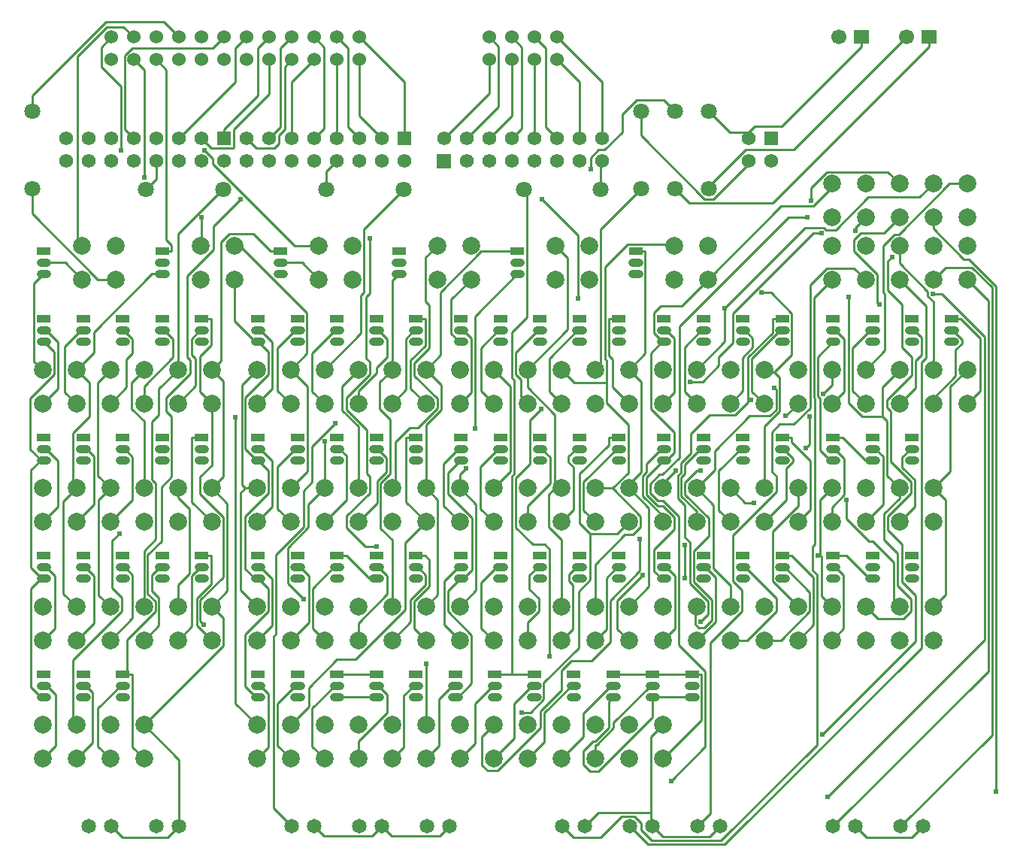
<source format=gbl>
G04 Layer: BottomLayer*
G04 EasyEDA v6.4.25, 2021-12-29T20:27:07+01:00*
G04 b4d8322a500545a480e84fc98a697e21,bb3cfcbffc6840158e79d7648404357e,10*
G04 Gerber Generator version 0.2*
G04 Scale: 100 percent, Rotated: No, Reflected: No *
G04 Dimensions in millimeters *
G04 leading zeros omitted , absolute positions ,4 integer and 5 decimal *
%FSLAX45Y45*%
%MOMM*%

%ADD10C,0.2540*%
%ADD11C,0.6100*%
%ADD12R,1.6000X0.9000*%
%ADD13C,1.9990*%
%ADD14C,1.8000*%
%ADD15C,1.5240*%
%ADD16C,1.6510*%
%ADD17C,1.5748*%
%ADD18R,1.5748X1.5748*%
%ADD19R,1.7000X1.5748*%
%ADD20C,1.7000*%
%ADD21C,0.9000*%

%LPD*%
D10*
X7937500Y7692991D02*
G01*
X8097113Y7533378D01*
X9037243Y7533378D01*
X10795000Y9291134D01*
X7416800Y4317992D02*
G01*
X7416800Y4359521D01*
X7557338Y4500059D01*
X7557338Y5510954D01*
X7416800Y5651492D01*
X2717800Y2984492D02*
G01*
X2890799Y3157491D01*
X2890799Y4144992D01*
X2717800Y4317992D01*
X3492500Y6984992D02*
G01*
X3384372Y6984992D01*
X3384372Y6984992D02*
G01*
X3186912Y7182451D01*
X2916504Y7182451D01*
X2821508Y7087455D01*
X2821508Y5755200D01*
X2717800Y5651492D01*
X2717800Y4317992D02*
G01*
X2846171Y4446363D01*
X2846171Y5523120D01*
X2717800Y5651492D01*
X6159500Y6984992D02*
G01*
X5756452Y6984992D01*
X5297627Y6526166D01*
X5297627Y5818319D01*
X5130800Y5651492D01*
X5130800Y4317992D02*
G01*
X5130800Y5028557D01*
X5300548Y5198305D01*
X5300548Y5481744D01*
X5130800Y5651492D01*
X7416800Y2984492D02*
G01*
X7642733Y3210425D01*
X7642733Y4092059D01*
X7416800Y4317992D01*
X2159000Y6984992D02*
G01*
X2267127Y6984992D01*
X2095500Y9143992D02*
G01*
X2209190Y9030301D01*
X2209190Y7116056D01*
X2267127Y7058118D01*
X2267127Y6984992D01*
X7664450Y663795D02*
G01*
X7664450Y527042D01*
X7683500Y507992D01*
X7797800Y1650992D02*
G01*
X7664450Y1517642D01*
X7664450Y663795D01*
X7664450Y663795D02*
G01*
X7077303Y663795D01*
X6921500Y507992D01*
X1955800Y1650992D02*
G01*
X2845892Y2541084D01*
X2845892Y2856400D01*
X2717800Y2984492D01*
X2349500Y507992D02*
G01*
X2349500Y1257292D01*
X1955800Y1650992D01*
X4635500Y507992D02*
G01*
X4746193Y397299D01*
X5286806Y397299D01*
X5397500Y507992D01*
X3873500Y507992D02*
G01*
X3984193Y397299D01*
X4524806Y397299D01*
X4635500Y507992D01*
X8445500Y507992D02*
G01*
X8326653Y389145D01*
X7802346Y389145D01*
X7683500Y507992D01*
X1587500Y507992D02*
G01*
X1713534Y381957D01*
X2223465Y381957D01*
X2349500Y507992D01*
X10731500Y507992D02*
G01*
X10607954Y384446D01*
X10093045Y384446D01*
X9969500Y507992D01*
X5130800Y2984492D02*
G01*
X5265369Y3119061D01*
X5265369Y4183423D01*
X5130800Y4317992D01*
X7416800Y5651492D02*
G01*
X7601127Y5835820D01*
X7601127Y6984992D01*
X7493000Y6984992D02*
G01*
X7601127Y6984992D01*
X9321800Y2984492D02*
G01*
X9035846Y3270445D01*
X9035846Y3832166D01*
X9321800Y4118119D01*
X9321800Y4317992D01*
X10845800Y4317992D02*
G01*
X11036300Y4508492D01*
X11036300Y5460992D01*
X11226800Y5651492D01*
X10845800Y2984492D02*
G01*
X10981613Y3120306D01*
X10981613Y4182178D01*
X10845800Y4317992D01*
X3924300Y6667492D02*
G01*
X3733800Y6857992D01*
X3492500Y6857992D01*
X1574800Y4317992D02*
G01*
X1446403Y4189595D01*
X1446403Y3112889D01*
X1574800Y2984492D01*
X1574800Y4317992D02*
G01*
X1431950Y4460841D01*
X1431950Y5508642D01*
X1574800Y5651492D01*
X4749800Y5651492D02*
G01*
X4611420Y5513113D01*
X4611420Y5211132D01*
X4729378Y5093174D01*
X4729378Y4483422D01*
X4621707Y4375751D01*
X4621707Y3867345D01*
X4749800Y3739253D01*
X4749800Y2984492D01*
X4749800Y5651492D02*
G01*
X4749800Y6654792D01*
X4826000Y6730992D01*
X812800Y5651492D02*
G01*
X717346Y5746945D01*
X717346Y6622839D01*
X825500Y6730992D01*
X3225800Y5651492D02*
G01*
X3056686Y5482379D01*
X3056686Y4358860D01*
X3097555Y4317992D01*
X3097555Y4317992D02*
G01*
X3042665Y4263102D01*
X3042665Y3167626D01*
X3225800Y2984492D01*
X3225800Y4317992D02*
G01*
X3097555Y4317992D01*
X825500Y3428992D02*
G01*
X853795Y3428992D01*
X948867Y3333920D01*
X948867Y2739560D01*
X812800Y2603492D01*
X5892800Y5651492D02*
G01*
X6083300Y5460992D01*
X6083300Y4508492D01*
X5892800Y4317992D01*
X8178800Y2984492D02*
G01*
X8163966Y2969658D01*
X8163966Y2785534D01*
X8199627Y2749872D01*
X8264753Y2749872D01*
X8348903Y2834022D01*
X8348903Y3062597D01*
X8146872Y3264628D01*
X8146872Y3612634D01*
X8317661Y3783423D01*
X8317661Y3979283D01*
X8049945Y4246999D01*
X8049945Y4383473D01*
X8185175Y4518703D01*
X8225764Y4518703D01*
X7945450Y4519744D02*
G01*
X7797800Y4372094D01*
X7797800Y4317992D01*
X9408236Y4766505D02*
G01*
X9451873Y4810142D01*
X9451873Y5123146D01*
X9702800Y5651492D02*
G01*
X9702800Y5482302D01*
X9601733Y5381236D01*
X2159000Y6730992D02*
G01*
X2046706Y6730992D01*
X1391056Y6075342D01*
X1391056Y5848748D01*
X1193800Y5651492D01*
X3606800Y5651492D02*
G01*
X3797300Y5460992D01*
X3797300Y4508492D01*
X3606800Y4317992D01*
X1193800Y5651492D02*
G01*
X1337589Y5507702D01*
X1337589Y5121851D01*
X1154023Y4938285D01*
X1154023Y4357768D01*
X1193800Y4317992D01*
X1193800Y4317992D02*
G01*
X1047750Y4171942D01*
X1047750Y3130542D01*
X1193800Y2984492D01*
X3606800Y5651492D02*
G01*
X3791153Y5835845D01*
X3791153Y6293883D01*
X3036544Y7048492D01*
X2971800Y7048492D01*
X1193800Y2603492D02*
G01*
X1390192Y2799885D01*
X1390192Y3329246D01*
X1290446Y3428992D01*
X1270000Y3428992D01*
X1714500Y3428992D02*
G01*
X1736877Y3428992D01*
X1827707Y3338161D01*
X1827707Y2856400D01*
X1574800Y2603492D01*
X10464800Y7048492D02*
G01*
X10464800Y6848645D01*
X10784636Y6528808D01*
X10784636Y6480497D01*
X10845800Y6419334D01*
X10845800Y5651492D01*
X2336800Y5651492D02*
G01*
X2123541Y5438233D01*
X2123541Y5142400D01*
X2047620Y5066479D01*
X2047620Y4410194D01*
X2086508Y4371306D01*
X2086508Y3743012D01*
X1955800Y3612304D01*
X1955800Y2984492D01*
X2848000Y7683492D02*
G01*
X2837992Y7683492D01*
X2336800Y7182299D01*
X2336800Y5651492D01*
X7235672Y4317992D02*
G01*
X7551369Y4002295D01*
X7551369Y3883703D01*
X7460919Y3793253D01*
X7370445Y3793253D01*
X7035800Y3458608D01*
X7035800Y2984492D01*
X7170877Y5505162D02*
G01*
X7170877Y5277477D01*
X7412380Y5035974D01*
X7412380Y4494700D01*
X7235672Y4317992D01*
X7170877Y5505162D02*
G01*
X6801129Y5505162D01*
X6654800Y5651492D01*
X7170877Y5505162D02*
G01*
X7170877Y5756114D01*
X7147382Y5779609D01*
X7147382Y6807065D01*
X7405573Y7065256D01*
X7908036Y7065256D01*
X7924800Y7048492D01*
X7235672Y4317992D02*
G01*
X7035800Y4317992D01*
X1955800Y2603492D02*
G01*
X2124760Y2772453D01*
X2124760Y3086066D01*
X2046909Y3163917D01*
X2046909Y3334961D01*
X2140940Y3428992D01*
X2159000Y3428992D01*
X2336800Y4317992D02*
G01*
X2336800Y4209635D01*
X2464892Y4081543D01*
X2464892Y3359574D01*
X2336800Y3231481D01*
X2336800Y2984492D01*
X4749800Y4317992D02*
G01*
X4790643Y4358835D01*
X4790643Y4839555D01*
X4952415Y5001328D01*
X5045760Y5001328D01*
X5259679Y5215247D01*
X5259679Y5326194D01*
X5001183Y5584690D01*
X5001183Y5726523D01*
X5166664Y5892004D01*
X5166664Y6379024D01*
X5126481Y6419207D01*
X5126481Y6917174D01*
X5257800Y7048492D01*
X7035800Y5651492D02*
G01*
X7100392Y5716084D01*
X7100392Y7236884D01*
X7556500Y7692991D01*
X2603500Y3428992D02*
G01*
X2592120Y3428992D01*
X2495397Y3332269D01*
X2495397Y2762089D01*
X2336800Y2603492D01*
X2711627Y3555992D02*
G01*
X2711627Y3235977D01*
X2548839Y3073189D01*
X2548839Y2772453D01*
X2717800Y2603492D01*
X2603500Y3555992D02*
G01*
X2711627Y3555992D01*
X10795000Y9397992D02*
G01*
X10795000Y9291134D01*
X7937500Y8562992D02*
G01*
X7810931Y8689560D01*
X7504633Y8689560D01*
X7344384Y8529312D01*
X7344384Y8327229D01*
X7145147Y8127992D01*
X7071385Y8127992D01*
X6985000Y8041606D01*
X6985000Y7910873D01*
X1763445Y2222492D02*
G01*
X1763445Y2608343D01*
X2083892Y2928790D01*
X2083892Y3040270D01*
X1996693Y3127468D01*
X1996693Y3566507D01*
X2153589Y3723403D01*
X2153589Y4332546D01*
X2267153Y4446109D01*
X2267153Y5124899D01*
X2203297Y5188755D01*
X2203297Y5336811D01*
X2474950Y5608464D01*
X2474950Y5759112D01*
X2440330Y5793732D01*
X2440330Y6706201D01*
X2735275Y7001146D01*
X2735275Y7267922D01*
X3040634Y7573281D01*
X1763445Y2222492D02*
G01*
X1812391Y2222492D01*
X1714500Y2222492D02*
G01*
X1763445Y2222492D01*
X1822577Y2222492D02*
G01*
X1822627Y2222492D01*
X1812391Y2222492D02*
G01*
X1822577Y2222492D01*
X1955800Y1269992D02*
G01*
X1822627Y1403164D01*
X1822627Y2222492D01*
X10541000Y9397992D02*
G01*
X9271000Y8127992D01*
X8729141Y8127992D01*
X8318500Y7717350D01*
X8318500Y7692991D01*
X8763000Y8324181D02*
G01*
X8557310Y8324181D01*
X8318500Y8562992D01*
X10033000Y9291134D02*
G01*
X9135236Y8393371D01*
X8832189Y8393371D01*
X8763000Y8324181D01*
X8763000Y8324181D02*
G01*
X8763000Y8254992D01*
X10033000Y9397992D02*
G01*
X10033000Y9291134D01*
X4889500Y8254992D02*
G01*
X4889500Y8889992D01*
X4381500Y9397992D01*
X4635500Y8254992D02*
G01*
X4381500Y8508992D01*
X4381500Y9143992D01*
X4381500Y8254992D02*
G01*
X4254500Y8381992D01*
X4254500Y9270992D01*
X4127500Y9397992D01*
X4127500Y8254992D02*
G01*
X4127500Y9143992D01*
X3873500Y8254992D02*
G01*
X3984625Y8366117D01*
X3984625Y9286867D01*
X3873500Y9397992D01*
X3619500Y8254992D02*
G01*
X3619500Y8889992D01*
X3873500Y9143992D01*
X3365500Y8254992D02*
G01*
X3492500Y8381992D01*
X3492500Y9270992D01*
X3619500Y9397992D01*
X3111500Y8254992D02*
G01*
X3221304Y8145188D01*
X3420846Y8145188D01*
X3472383Y8196724D01*
X3472383Y8289968D01*
X3541522Y8359106D01*
X3541522Y9066014D01*
X3619500Y9143992D01*
X3365500Y9397992D02*
G01*
X3238500Y9270992D01*
X3238500Y8742850D01*
X2857500Y8361850D01*
X2857500Y8254992D02*
G01*
X2857500Y8361850D01*
X2603500Y8254992D02*
G01*
X2713304Y8145188D01*
X2956940Y8145188D01*
X2964383Y8152630D01*
X2964383Y8356236D01*
X3365500Y8757353D01*
X3365500Y9143992D01*
X2349500Y8254992D02*
G01*
X2984500Y8889992D01*
X2984500Y9270992D01*
X3111500Y9397992D01*
X1841500Y8254992D02*
G01*
X1737156Y8359335D01*
X1737156Y9187527D01*
X1820621Y9270992D01*
X2730500Y9270992D01*
X2857500Y9397992D01*
X698500Y8562992D02*
G01*
X698500Y8739649D01*
X1527987Y9569137D01*
X2178354Y9569137D01*
X2349500Y9397992D01*
X9592259Y7192942D02*
G01*
X9494799Y7192942D01*
X8587790Y6285933D01*
X8587790Y5952101D01*
X8431707Y5796018D01*
X8431707Y5702317D01*
X8247532Y5518142D01*
X8104098Y5518142D01*
X9469754Y7554739D02*
G01*
X9469754Y7700916D01*
X9645370Y7876532D01*
X10335259Y7876532D01*
X10464800Y7746992D01*
X5511800Y4317992D02*
G01*
X5511800Y4473770D01*
X5581015Y4542985D01*
X5511800Y4317992D02*
G01*
X5695543Y4134248D01*
X5695543Y3168235D01*
X5511800Y2984492D01*
X1257300Y7048492D02*
G01*
X1206525Y7099266D01*
X1206525Y9180847D01*
X1538681Y9513003D01*
X1726488Y9513003D01*
X1841500Y9397992D01*
X8499449Y6345572D02*
G01*
X8499449Y5972141D01*
X8178800Y5651492D01*
X10845800Y7746992D02*
G01*
X10692688Y7593881D01*
X10111841Y7593881D01*
X9747427Y7229467D01*
X9638665Y7229467D01*
X9616566Y7251565D01*
X9405442Y7251565D01*
X8499449Y6345572D01*
X6843775Y6455859D02*
G01*
X6843775Y7167872D01*
X6438366Y7573281D01*
X1841500Y9143992D02*
G01*
X1958746Y9026745D01*
X1958746Y7822125D01*
X2590800Y7048492D02*
G01*
X2603982Y7061674D01*
X2603982Y7366576D01*
X9574682Y3561504D02*
G01*
X9547859Y3561504D01*
X9702800Y2984492D02*
G01*
X9585045Y3102246D01*
X9585045Y3551140D01*
X9574682Y3561504D01*
X9574682Y3561504D02*
G01*
X9574682Y4189874D01*
X9702800Y4317992D01*
X11226800Y7746992D02*
G01*
X11026952Y7746992D01*
X10456545Y7176584D01*
X10409885Y7176584D01*
X10278287Y7044987D01*
X10278287Y6522458D01*
X10298734Y6502011D01*
X10298734Y5866427D01*
X10083800Y5651492D01*
X4579848Y3659903D02*
G01*
X4450765Y3659903D01*
X4236338Y3874330D01*
X4236338Y4004353D01*
X4496892Y4264906D01*
X4496892Y4451113D01*
X4463846Y4484159D01*
X4463846Y4975598D01*
X4240301Y5199143D01*
X4240301Y5339758D01*
X4502632Y5602089D01*
X4502632Y5739300D01*
X4453813Y5788118D01*
X4453813Y6467670D01*
X4496231Y6510088D01*
X4496231Y7135919D01*
X3924300Y7048492D02*
G01*
X3652113Y7048492D01*
X2733929Y7966676D01*
X2733929Y8031777D01*
X2640075Y8125630D01*
X1587500Y9397992D02*
G01*
X1475257Y9285749D01*
X1475257Y9063982D01*
X1696262Y8842976D01*
X1696262Y8125630D01*
X8178800Y4317992D02*
G01*
X8381796Y4520989D01*
X8381796Y4737752D01*
X8779509Y5135465D01*
X9005646Y5135465D01*
X9075978Y5205798D01*
X9075978Y5430207D01*
X9056039Y5450146D01*
X8559800Y2984492D02*
G01*
X8559800Y3222058D01*
X8369325Y3412533D01*
X8369325Y4127466D01*
X8178800Y4317992D01*
X7112000Y8254992D02*
G01*
X7112000Y8889992D01*
X6604000Y9397992D01*
X6604000Y9143992D02*
G01*
X6858000Y8889992D01*
X6858000Y8254992D01*
X6604000Y8254992D02*
G01*
X6477000Y8381992D01*
X6477000Y9270992D01*
X6350000Y9397992D01*
X6350000Y8254992D02*
G01*
X6350000Y9143992D01*
X6096000Y8254992D02*
G01*
X6207125Y8366117D01*
X6207125Y9286867D01*
X6096000Y9397992D01*
X5842000Y8254992D02*
G01*
X6096000Y8508992D01*
X6096000Y9143992D01*
X5842000Y9397992D02*
G01*
X5948197Y9291794D01*
X5948197Y8615189D01*
X5588000Y8254992D01*
X5842000Y9143992D02*
G01*
X5842000Y8762992D01*
X5334000Y8254992D01*
X9702800Y6667492D02*
G01*
X9502241Y6466933D01*
X9502241Y5340012D01*
X9513392Y5328861D01*
X9513392Y3683474D01*
X9489236Y3659319D01*
X9489236Y3393660D01*
X9537293Y3345604D01*
X9537293Y1428310D01*
X8457260Y348277D01*
X7673390Y348277D01*
X7556500Y465167D01*
X7556500Y544238D01*
X7477810Y622927D01*
X7336942Y622927D01*
X7096785Y382770D01*
X6792722Y382770D01*
X6667500Y507992D01*
X10083800Y7365992D02*
G01*
X9967213Y7249406D01*
X9967213Y7216868D01*
X9598913Y1543601D02*
G01*
X10645444Y2590131D01*
X10645444Y3106945D01*
X10491876Y3260514D01*
X10491876Y3690104D01*
X10332186Y3849794D01*
X10332186Y4000568D01*
X10595025Y4263407D01*
X10595025Y4391728D01*
X10369727Y4617026D01*
X10369727Y5184437D01*
X10328503Y5225661D01*
X10328503Y5315348D01*
X10604118Y5590964D01*
X10604118Y5794976D01*
X10493171Y5905924D01*
X10493171Y6385857D01*
X10333304Y6545724D01*
X10333304Y6874197D01*
X10381767Y6922660D01*
X9715500Y507992D02*
G01*
X11465153Y2257645D01*
X11465153Y6429138D01*
X11226800Y6667492D01*
X10464800Y7365992D02*
G01*
X10287381Y7188573D01*
X10027869Y7188573D01*
X9955707Y7116411D01*
X9955707Y6990377D01*
X10216997Y6729087D01*
X10216997Y6406050D01*
X10240111Y6382936D01*
X10843259Y6504754D02*
G01*
X10945088Y6504754D01*
X11424284Y6025558D01*
X11424284Y2613372D01*
X9654336Y843424D01*
X10845800Y7365992D02*
G01*
X10845800Y7238585D01*
X11186591Y6897794D01*
X11244529Y6897794D01*
X11551564Y6590758D01*
X11551564Y902047D01*
X3619500Y507992D02*
G01*
X3416325Y711166D01*
X3416325Y2650355D01*
X3440328Y2674358D01*
X3440328Y3570673D01*
X3751605Y3881950D01*
X3751605Y4290915D01*
X3847845Y4387156D01*
X3847845Y4787663D01*
X4109948Y5049766D01*
X10083800Y6667492D02*
G01*
X9954869Y6796422D01*
X9650602Y6796422D01*
X9461372Y6607192D01*
X9461372Y5220174D01*
X9278238Y5037040D01*
X9117685Y5037040D01*
X9031909Y4951265D01*
X9031909Y4501431D01*
X9080855Y4452485D01*
X9080855Y4276869D01*
X8591372Y3787386D01*
X8591372Y3271740D01*
X8691549Y3171563D01*
X8691549Y2935063D01*
X8334806Y2578320D01*
X8334806Y651299D01*
X8191500Y507992D01*
X9430334Y7365992D02*
G01*
X9214154Y7365992D01*
X7986217Y6138054D01*
X7986217Y4661933D01*
X7794497Y4470214D01*
X7757922Y4470214D01*
X7655128Y4367420D01*
X7655128Y4262315D01*
X7742174Y4175269D01*
X7801990Y4175269D01*
X7979918Y3997342D01*
X7979918Y2551803D01*
X8277021Y2254699D01*
X8277021Y1406390D01*
X7893024Y1022393D01*
X7429500Y507992D02*
G01*
X7630083Y307408D01*
X8498814Y307408D01*
X10712627Y2521221D01*
X10712627Y5738690D01*
X10762411Y5788474D01*
X10762411Y6369880D01*
X10464800Y6667492D01*
X10477500Y507992D02*
G01*
X11506022Y1536514D01*
X11506022Y6578439D01*
X11279149Y6805312D01*
X10983620Y6805312D01*
X10845800Y6667492D01*
X803071Y3301992D02*
G01*
X825500Y3301992D01*
X797001Y4635492D02*
G01*
X682218Y4520709D01*
X682218Y3422845D01*
X803071Y3301992D01*
X825500Y1968492D02*
G01*
X792454Y1968492D01*
X684707Y2076239D01*
X684707Y3183628D01*
X803071Y3301992D01*
X797001Y4635492D02*
G01*
X675386Y4757107D01*
X675386Y5329064D01*
X942111Y5595790D01*
X942111Y5852380D01*
X825500Y5968992D01*
X825500Y4635492D02*
G01*
X797001Y4635492D01*
X8305800Y6667492D02*
G01*
X9134424Y7496116D01*
X9494062Y7496116D01*
X9702800Y7704853D01*
X9702800Y7746992D01*
X9715500Y5968992D02*
G01*
X9543110Y5796602D01*
X9543110Y5356953D01*
X9574682Y5325381D01*
X9574682Y4741080D01*
X9680270Y4635492D01*
X9715500Y4635492D01*
X7810500Y4635492D02*
G01*
X7614259Y4439251D01*
X7614259Y4245373D01*
X7739710Y4119923D01*
X7797520Y4119923D01*
X7928102Y3989341D01*
X7928102Y3854874D01*
X7702346Y3629118D01*
X7702346Y3383069D01*
X7783423Y3301992D01*
X7810500Y3301992D01*
X5524500Y5968992D02*
G01*
X5504332Y5968992D01*
X5415229Y6058095D01*
X5415229Y6443921D01*
X5638800Y6667492D01*
X7683500Y1968492D02*
G01*
X7683500Y1736539D01*
X7073950Y1126990D01*
X6982307Y1126990D01*
X6906717Y1202580D01*
X6906717Y1359095D01*
X7015378Y1467756D01*
X7035800Y1467756D01*
X7189088Y1621045D01*
X7189088Y1918581D01*
X7239000Y1968492D01*
X8128000Y1968492D02*
G01*
X7683500Y1968492D01*
X3238500Y5968992D02*
G01*
X3355111Y5852380D01*
X3355111Y5596475D01*
X3097555Y5338919D01*
X3097555Y4762111D01*
X3224174Y4635492D01*
X3238500Y4635492D01*
X2971800Y6667492D02*
G01*
X2971800Y6202697D01*
X3205505Y5968992D01*
X3238500Y5968992D01*
X7810500Y4635492D02*
G01*
X7844307Y4635492D01*
X7924520Y4715705D01*
X7924520Y4943899D01*
X7662214Y5206204D01*
X7662214Y5835388D01*
X7795818Y5968992D01*
X5524500Y4635492D02*
G01*
X5382031Y4493023D01*
X5382031Y4253831D01*
X5654675Y3981188D01*
X5654675Y3396734D01*
X5559933Y3301992D01*
X5524500Y3301992D01*
X698500Y7692991D02*
G01*
X698500Y7407445D01*
X1438452Y6667492D01*
X1638300Y6667492D01*
X3238500Y3301992D02*
G01*
X3354857Y3185634D01*
X3354857Y2929348D01*
X3096793Y2671284D01*
X3096793Y2085941D01*
X3214243Y1968492D01*
X3238500Y1968492D01*
X3238500Y3301992D02*
G01*
X3202711Y3301992D01*
X3096488Y3408215D01*
X3096488Y4003667D01*
X3355111Y4262290D01*
X3355111Y4518880D01*
X3238500Y4635492D01*
X5524500Y3301992D02*
G01*
X5379948Y3157440D01*
X5379948Y2930771D01*
X5645556Y2665163D01*
X5645556Y2119342D01*
X5494705Y1968492D01*
X5461000Y1968492D01*
X7795818Y5968992D02*
G01*
X7810500Y5968992D01*
X8305800Y6667492D02*
G01*
X8009737Y6371429D01*
X7778241Y6371429D01*
X7701076Y6294264D01*
X7701076Y6063734D01*
X7795818Y5968992D01*
X4572000Y1968492D02*
G01*
X4127500Y1968492D01*
X4880000Y7683492D02*
G01*
X4433392Y7236884D01*
X4433392Y6525531D01*
X4399229Y6491368D01*
X4399229Y6062921D01*
X3987800Y5651492D01*
X8559800Y4317992D02*
G01*
X8726779Y4151012D01*
X8826449Y4151012D01*
X6591300Y7048492D02*
G01*
X6730034Y6909757D01*
X6730034Y6107727D01*
X6273800Y5651492D01*
X1955800Y4317992D02*
G01*
X1955800Y5070645D01*
X1812950Y5213494D01*
X1812950Y5508642D01*
X1955800Y5651492D01*
X6583375Y4317992D02*
G01*
X6583375Y5142069D01*
X6273800Y5451645D01*
X6273800Y5651492D01*
X6654800Y2984492D02*
G01*
X6654800Y3737145D01*
X6511950Y3879994D01*
X6511950Y4246567D01*
X6583375Y4317992D01*
X6583375Y4317992D02*
G01*
X6654800Y4317992D01*
X4127500Y8000992D02*
G01*
X4009999Y7883491D01*
X4009999Y7683492D01*
X1977999Y7683492D02*
G01*
X2095500Y7800992D01*
X2095500Y8000992D01*
X8763000Y8000992D02*
G01*
X8763000Y7969267D01*
X8367979Y7574246D01*
X8270240Y7574246D01*
X7556500Y8287986D01*
X7556500Y8562992D01*
X7112000Y8000992D02*
G01*
X7102500Y7991492D01*
X7102500Y7683492D01*
X6232499Y7683492D02*
G01*
X6267780Y7648211D01*
X6267780Y6242448D01*
X6098641Y6073310D01*
X6098641Y5562287D01*
X6129248Y5531680D01*
X6129248Y4482939D01*
X6095822Y4449513D01*
X6095822Y2222492D01*
X6095822Y2222492D02*
G01*
X5905500Y2222492D01*
X6350000Y2222492D02*
G01*
X6095822Y2222492D01*
X8128000Y2222492D02*
G01*
X8236127Y2222492D01*
X8236127Y2222492D02*
G01*
X8236127Y1708320D01*
X7797800Y1269992D01*
X8119236Y2222492D02*
G01*
X8128000Y2222492D01*
X8119236Y2222492D02*
G01*
X8019872Y2222492D01*
X4572000Y2222492D02*
G01*
X4127500Y2222492D01*
X7683500Y2222492D02*
G01*
X7239000Y2222492D01*
X8019872Y2222492D02*
G01*
X7683500Y2222492D01*
X1257300Y6667492D02*
G01*
X1066800Y6857992D01*
X825500Y6857992D01*
X10464800Y4317992D02*
G01*
X10464800Y4203514D01*
X10291318Y4030032D01*
X10291318Y3733589D01*
X10444352Y3580554D01*
X10444352Y3218527D01*
X10598048Y3064832D01*
X10598048Y2934911D01*
X10508030Y2844893D01*
X10223398Y2844893D01*
X10083800Y2984492D01*
X10272852Y5125839D02*
G01*
X10323906Y5074785D01*
X10323906Y4458860D01*
X10323931Y4458860D01*
X10464800Y4317992D01*
X3987800Y4317992D02*
G01*
X3987800Y4840114D01*
X3992829Y4845143D01*
X3751529Y3070217D02*
G01*
X3574846Y3246899D01*
X3574846Y3647356D01*
X3806952Y3879461D01*
X3806952Y4137144D01*
X3987800Y4317992D01*
X6159500Y6730992D02*
G01*
X5682005Y6253497D01*
X5682005Y4990203D01*
X10272852Y5125839D02*
G01*
X10047020Y5125839D01*
X9895535Y5277324D01*
X9895535Y6467873D01*
X10464800Y5651492D02*
G01*
X10272852Y5459544D01*
X10272852Y5125839D01*
X9867823Y4185328D02*
G01*
X9867823Y3970647D01*
X10119461Y3719009D01*
X10167213Y3719009D01*
X10403484Y3482738D01*
X10403484Y3045807D01*
X10464800Y2984492D01*
X9055201Y5625000D02*
G01*
X9252153Y5821951D01*
X9252153Y6288702D01*
X9019895Y6520959D01*
X8909913Y6520959D01*
X8940800Y4317992D02*
G01*
X8940800Y5012809D01*
X9116847Y5188856D01*
X9116847Y5563354D01*
X9055201Y5625000D01*
X9055201Y5625000D02*
G01*
X8967292Y5625000D01*
X8940800Y5651492D01*
X4368800Y5651492D02*
G01*
X4185081Y5467774D01*
X4185081Y5196552D01*
X4368800Y5012834D01*
X4368800Y4317992D01*
X812800Y5270492D02*
G01*
X982979Y5440672D01*
X982979Y5963632D01*
X850620Y6095992D01*
X825500Y6095992D01*
X1193800Y5270492D02*
G01*
X1064717Y5399575D01*
X1064717Y5911791D01*
X1248918Y6095992D01*
X1270000Y6095992D01*
X1574800Y5270492D02*
G01*
X1759991Y5455683D01*
X1759991Y5770694D01*
X1826971Y5837674D01*
X1826971Y5994976D01*
X1725955Y6095992D01*
X1714500Y6095992D01*
X1955800Y5270492D02*
G01*
X1955800Y5468256D01*
X2280335Y5792792D01*
X2280335Y5995459D01*
X2179802Y6095992D01*
X2159000Y6095992D01*
X2717800Y5270492D02*
G01*
X2717800Y4575649D01*
X2589707Y4447557D01*
X2589707Y4250834D01*
X2849930Y3990611D01*
X2849930Y3316444D01*
X2589707Y3056221D01*
X2589707Y2820992D01*
X2629230Y2781470D01*
X2711627Y6222992D02*
G01*
X2711627Y5928098D01*
X2587243Y5803714D01*
X2587243Y5401048D01*
X2717800Y5270492D01*
X2603500Y6222992D02*
G01*
X2711627Y6222992D01*
X2336800Y5270492D02*
G01*
X2536240Y5469933D01*
X2536240Y5776104D01*
X2495372Y5816973D01*
X2495372Y6001250D01*
X2590114Y6095992D01*
X2603500Y6095992D01*
X812800Y3936992D02*
G01*
X982726Y4106918D01*
X982726Y4626348D01*
X846581Y4762492D01*
X825500Y4762492D01*
X1193800Y3936992D02*
G01*
X1391056Y4134248D01*
X1391056Y4675065D01*
X1303629Y4762492D01*
X1270000Y4762492D01*
X1714500Y4762492D02*
G01*
X1736877Y4762492D01*
X1827707Y4671661D01*
X1827707Y4189900D01*
X1574800Y3936992D01*
X1193800Y1650992D02*
G01*
X1158163Y1686628D01*
X1158163Y2379946D01*
X1708607Y2930390D01*
X1708607Y3082968D01*
X1595881Y3195693D01*
X1595881Y3724851D01*
X1679930Y3808900D01*
X2717800Y3936992D02*
G01*
X2495372Y4159420D01*
X2495372Y4889492D01*
X2603500Y4889492D02*
G01*
X2495372Y4889492D01*
X812800Y1269992D02*
G01*
X957326Y1414518D01*
X957326Y1994882D01*
X856716Y2095492D01*
X825500Y2095492D01*
X1270000Y2095492D02*
G01*
X1297178Y2095492D01*
X1378127Y2014542D01*
X1378127Y1454320D01*
X1193800Y1269992D01*
X1574800Y1269992D02*
G01*
X1437690Y1407101D01*
X1437690Y1839892D01*
X1693290Y2095492D01*
X1714500Y2095492D01*
X3225800Y5270492D02*
G01*
X3395979Y5440672D01*
X3395979Y5963632D01*
X3263620Y6095992D01*
X3238500Y6095992D01*
X3606800Y5270492D02*
G01*
X3460750Y5416542D01*
X3460750Y5894824D01*
X3661918Y6095992D01*
X3683000Y6095992D01*
X3987800Y5270492D02*
G01*
X3850690Y5407601D01*
X3850690Y5840392D01*
X4106290Y6095992D01*
X4127500Y6095992D01*
X4368800Y5270492D02*
G01*
X4368800Y5410446D01*
X4576292Y5617938D01*
X4576292Y5675749D01*
X4693335Y5792792D01*
X4693335Y5995459D01*
X4592802Y6095992D01*
X4572000Y6095992D01*
X3225800Y1650992D02*
G01*
X2988030Y1888761D01*
X2988030Y5118320D01*
X5124627Y6222992D02*
G01*
X5124627Y5920732D01*
X4960315Y5756419D01*
X4960315Y5440977D01*
X5130800Y5270492D01*
X5016500Y6222992D02*
G01*
X5124627Y6222992D01*
X4749800Y5270492D02*
G01*
X4908372Y5429064D01*
X4908372Y6001250D01*
X5003114Y6095992D01*
X5016500Y6095992D01*
X3225800Y3936992D02*
G01*
X3395979Y4107172D01*
X3395979Y4630132D01*
X3263620Y4762492D01*
X3238500Y4762492D01*
X3606800Y3936992D02*
G01*
X3460750Y4083042D01*
X3460750Y4561324D01*
X3661918Y4762492D01*
X3683000Y4762492D01*
X3987800Y3936992D02*
G01*
X4235627Y4184820D01*
X4235627Y4681542D01*
X4154677Y4762492D01*
X4127500Y4762492D01*
X4572000Y4762492D02*
G01*
X4583480Y4762492D01*
X4685436Y4660536D01*
X4685436Y4502040D01*
X4580839Y4397443D01*
X4580839Y4149031D01*
X4368800Y3936992D01*
X5130800Y3936992D02*
G01*
X4897500Y3703693D01*
X4897500Y2951040D01*
X4335983Y2389522D01*
X4127931Y2389522D01*
X3809796Y2071387D01*
X3809796Y1853989D01*
X3606800Y1650992D01*
X5130800Y3936992D02*
G01*
X4908372Y4159420D01*
X4908372Y4889492D01*
X5016500Y4889492D02*
G01*
X4908372Y4889492D01*
X3238500Y3428992D02*
G01*
X3259581Y3428992D01*
X3395725Y3292848D01*
X3395725Y2773418D01*
X3225800Y2603492D01*
X3606800Y2603492D02*
G01*
X3810152Y2806844D01*
X3810152Y3329017D01*
X3710177Y3428992D01*
X3683000Y3428992D01*
X4127500Y3555992D02*
G01*
X4235627Y3555992D01*
X4572000Y3301992D02*
G01*
X4489627Y3301992D01*
X4235627Y3555992D01*
X3987800Y2603492D02*
G01*
X3855465Y2735826D01*
X3855465Y3190079D01*
X4094378Y3428992D01*
X4127500Y3428992D01*
X4368800Y2603492D02*
G01*
X4368800Y2801256D01*
X4693335Y3125792D01*
X4693335Y3328459D01*
X4592802Y3428992D01*
X4572000Y3428992D01*
X5016500Y3555992D02*
G01*
X5124627Y3555992D01*
X5124627Y3555992D02*
G01*
X5171262Y3509357D01*
X5171262Y3214362D01*
X4998821Y3041921D01*
X4998821Y2735470D01*
X5130800Y2603492D01*
X5016500Y3428992D02*
G01*
X5039791Y3428992D01*
X5130368Y3338415D01*
X5130368Y3231278D01*
X4957952Y3058863D01*
X4957952Y2811645D01*
X4749800Y2603492D01*
X5511800Y5270492D02*
G01*
X5641111Y5399803D01*
X5641111Y6004501D01*
X5549620Y6095992D01*
X5524500Y6095992D01*
X5892800Y5270492D02*
G01*
X5751677Y5411614D01*
X5751677Y5899751D01*
X5947918Y6095992D01*
X5969000Y6095992D01*
X6273800Y5270492D02*
G01*
X6200190Y5344101D01*
X6200190Y5539046D01*
X6139510Y5599727D01*
X6139510Y5843211D01*
X6392290Y6095992D01*
X6413500Y6095992D01*
X6654800Y5270492D02*
G01*
X6521627Y5403664D01*
X6521627Y5781210D01*
X6836409Y6095992D01*
X6858000Y6095992D01*
X6526682Y2420510D02*
G01*
X6526682Y3628204D01*
X6470268Y3684617D01*
X6336487Y3684617D01*
X6145707Y3875397D01*
X6145707Y4434654D01*
X6305346Y4594293D01*
X6305346Y5085224D01*
X6428460Y5208338D01*
X7194372Y6222992D02*
G01*
X7194372Y5810902D01*
X7235240Y5770034D01*
X7235240Y5452051D01*
X7416800Y5270492D01*
X7302500Y6222992D02*
G01*
X7194372Y6222992D01*
X5524500Y4762492D02*
G01*
X5501919Y4762492D01*
X5328259Y4588832D01*
X5328259Y4120532D01*
X5511800Y3936992D01*
X5892800Y3936992D02*
G01*
X5746750Y4083042D01*
X5746750Y4561324D01*
X5947918Y4762492D01*
X5969000Y4762492D01*
X6273800Y3936992D02*
G01*
X6273800Y4118119D01*
X6528409Y4372729D01*
X6528409Y4666404D01*
X6432321Y4762492D01*
X6413500Y4762492D01*
X6654800Y3936992D02*
G01*
X6794423Y4076616D01*
X6794423Y4554237D01*
X6736511Y4612149D01*
X6736511Y4674836D01*
X6824167Y4762492D01*
X6858000Y4762492D01*
X6982459Y3805090D02*
G01*
X6982459Y3286091D01*
X6851395Y3155027D01*
X6851395Y2517538D01*
X6458153Y2124295D01*
X6458153Y1937910D01*
X6310706Y1790463D01*
X6206312Y1790463D01*
X6982459Y3805090D02*
G01*
X7284897Y3805090D01*
X7416800Y3936992D01*
X7194372Y4889492D02*
G01*
X7194372Y4807755D01*
X6865213Y4478596D01*
X6865213Y3922336D01*
X6982459Y3805090D01*
X7302500Y4889492D02*
G01*
X7194372Y4889492D01*
X7035800Y3936992D02*
G01*
X6907022Y4065770D01*
X6907022Y4385581D01*
X7283932Y4762492D01*
X7302500Y4762492D01*
X5524500Y3428992D02*
G01*
X5499455Y3428992D01*
X5339079Y3268616D01*
X5339079Y2776212D01*
X5511800Y2603492D01*
X5892800Y2603492D02*
G01*
X5756529Y2739763D01*
X5756529Y3250963D01*
X5934557Y3428992D01*
X5969000Y3428992D01*
X6273800Y2603492D02*
G01*
X6273800Y2803415D01*
X6273825Y2803415D01*
X6401866Y2931457D01*
X6401866Y3076465D01*
X6298488Y3179843D01*
X6298488Y3335190D01*
X6392290Y3428992D01*
X6413500Y3428992D01*
X6654800Y2603492D02*
G01*
X6783120Y2731813D01*
X6783120Y3232040D01*
X6747332Y3267829D01*
X6747332Y3346747D01*
X6829577Y3428992D01*
X6858000Y3428992D01*
X7416800Y2603492D02*
G01*
X7287945Y2732346D01*
X7287945Y3051268D01*
X7574356Y3337679D01*
X5130800Y1650992D02*
G01*
X5130800Y2339332D01*
X7302500Y3428992D02*
G01*
X7289114Y3428992D01*
X7165340Y3305218D01*
X7165340Y2733032D01*
X7035800Y2603492D01*
X7797800Y5270492D02*
G01*
X7927111Y5399803D01*
X7927111Y6004501D01*
X7835620Y6095992D01*
X7810500Y6095992D01*
X8178800Y5270492D02*
G01*
X8043824Y5405467D01*
X8043824Y5905898D01*
X8233918Y6095992D01*
X8255000Y6095992D01*
X8699500Y6095992D02*
G01*
X8720810Y6095992D01*
X8812809Y6003993D01*
X8812809Y5902774D01*
X8699093Y5789058D01*
X8699093Y5409785D01*
X8559800Y5270492D01*
X9321800Y5270492D02*
G01*
X9184030Y5132722D01*
X8761653Y5312529D02*
G01*
X8761653Y5287992D01*
X8612759Y5139098D01*
X8325611Y5139098D01*
X8116443Y4929929D01*
X8116443Y4707780D01*
X8009051Y4600389D01*
X8009051Y4500389D01*
X7968208Y4459546D01*
X7968208Y4205419D01*
X8050733Y4122894D01*
X8050733Y3765669D01*
X8106003Y3710398D01*
X8106003Y3244232D01*
X8307273Y3042963D01*
X8307273Y2895236D01*
X8222615Y2810578D01*
X8761653Y5312529D02*
G01*
X8761653Y5792792D01*
X9035872Y6067010D01*
X9035872Y6222992D01*
X8761653Y5312529D02*
G01*
X8793886Y5312529D01*
X9144000Y6222992D02*
G01*
X9035872Y6222992D01*
X8940800Y5270492D02*
G01*
X8803970Y5407322D01*
X8803970Y5777019D01*
X9122943Y6095992D01*
X9144000Y6095992D01*
X7810500Y4762492D02*
G01*
X7787919Y4762492D01*
X7614259Y4588832D01*
X7614259Y4499170D01*
X7573390Y4458301D01*
X7573390Y4228457D01*
X7797800Y4004048D01*
X7797800Y3936992D01*
X8255000Y4762492D02*
G01*
X8228990Y4762492D01*
X8049945Y4583447D01*
X8049945Y4483473D01*
X8009077Y4442604D01*
X8009077Y4230057D01*
X8178800Y4060334D01*
X8178800Y3936992D01*
X8559800Y3936992D02*
G01*
X8427618Y4069173D01*
X8427618Y4511819D01*
X8678290Y4762492D01*
X8699500Y4762492D01*
X9252127Y4889492D02*
G01*
X9252127Y4839733D01*
X9462719Y4629142D01*
X9462719Y4077911D01*
X9321800Y3936992D01*
X7543241Y3749540D02*
G01*
X7543241Y3392111D01*
X7206208Y3055078D01*
X7206208Y2586245D01*
X6996633Y2376670D01*
X6772935Y2376670D01*
X6662115Y2265850D01*
X6662115Y2042152D01*
X6423406Y1803443D01*
X6423406Y1619445D01*
X5942736Y1138775D01*
X5825210Y1138775D01*
X5762980Y1201005D01*
X5762980Y1521172D01*
X5892800Y1650992D01*
X9144000Y4889492D02*
G01*
X9252127Y4889492D01*
X8940800Y3936992D02*
G01*
X9193707Y4189900D01*
X9193707Y4544865D01*
X9264878Y4616035D01*
X9264878Y4653094D01*
X9155480Y4762492D01*
X9144000Y4762492D01*
X8047354Y3676439D02*
G01*
X8047354Y3301992D01*
X7797800Y2603492D02*
G01*
X7935823Y2741515D01*
X7935823Y3332294D01*
X7839125Y3428992D01*
X7810500Y3428992D01*
X8178800Y2603492D02*
G01*
X8393252Y2817944D01*
X8393252Y3310323D01*
X8274583Y3428992D01*
X8255000Y3428992D01*
X8559800Y2603492D02*
G01*
X8750706Y2603492D01*
X9080779Y2933565D01*
X9080779Y3075729D01*
X8727516Y3428992D01*
X8699500Y3428992D01*
X9321800Y2603492D02*
G01*
X9495866Y2777558D01*
X9495866Y3312253D01*
X9252127Y3555992D01*
X9144000Y3555992D02*
G01*
X9252127Y3555992D01*
X8940800Y2603492D02*
G01*
X9126931Y2603492D01*
X9454997Y2931558D01*
X9454997Y3146188D01*
X9172193Y3428992D01*
X9144000Y3428992D01*
X9702800Y5270492D02*
G01*
X9839883Y5407576D01*
X9839883Y5996729D01*
X9740620Y6095992D01*
X9715500Y6095992D01*
X10083800Y5270492D02*
G01*
X9937750Y5416542D01*
X9937750Y5894824D01*
X10138918Y6095992D01*
X10160000Y6095992D01*
X10464800Y5270492D02*
G01*
X10645013Y5450705D01*
X10645013Y5749358D01*
X10712627Y5816973D01*
X10712627Y6015042D01*
X10631677Y6095992D01*
X10604500Y6095992D01*
X11157127Y6222992D02*
G01*
X11370640Y6009479D01*
X11370640Y5414332D01*
X11226800Y5270492D01*
X11049000Y6222992D02*
G01*
X11157127Y6222992D01*
X10845800Y5270492D02*
G01*
X10845800Y5328328D01*
X11098707Y5581235D01*
X11098707Y5878365D01*
X11169878Y5949535D01*
X11169878Y5986594D01*
X11060480Y6095992D01*
X11049000Y6095992D01*
X9715500Y4889492D02*
G01*
X9823627Y4889492D01*
X10160000Y4635492D02*
G01*
X10077627Y4635492D01*
X9823627Y4889492D01*
X9715500Y4762492D02*
G01*
X9734778Y4762492D01*
X9843033Y4654237D01*
X9843033Y4243443D01*
X9702800Y4103209D01*
X9702800Y3936992D01*
X10083800Y3936992D02*
G01*
X10278719Y4131911D01*
X10278719Y4676233D01*
X10192461Y4762492D01*
X10160000Y4762492D01*
X10464800Y3936992D02*
G01*
X10635894Y4108086D01*
X10635894Y4412124D01*
X10495559Y4552459D01*
X10495559Y4665007D01*
X10593044Y4762492D01*
X10604500Y4762492D01*
X10160000Y3301992D02*
G01*
X10125176Y3301992D01*
X9871176Y3555992D01*
X9715500Y3555992D01*
X9702800Y2603492D02*
G01*
X9834473Y2735165D01*
X9834473Y3336561D01*
X9742043Y3428992D01*
X9715500Y3428992D01*
X3225800Y1269992D02*
G01*
X3355111Y1399303D01*
X3355111Y2004001D01*
X3263620Y2095492D01*
X3238500Y2095492D01*
X3606800Y1269992D02*
G01*
X3460750Y1416042D01*
X3460750Y1894324D01*
X3661918Y2095492D01*
X3683000Y2095492D01*
X3987800Y1269992D02*
G01*
X3850690Y1407101D01*
X3850690Y1839892D01*
X4106290Y2095492D01*
X4127500Y2095492D01*
X4368800Y1269992D02*
G01*
X4368800Y1467756D01*
X4693335Y1792292D01*
X4693335Y1994959D01*
X4592802Y2095492D01*
X4572000Y2095492D01*
X4749800Y1269992D02*
G01*
X4880889Y1401081D01*
X4880889Y1980354D01*
X4996027Y2095492D01*
X5016500Y2095492D01*
X5130800Y1269992D02*
G01*
X5279923Y1419115D01*
X5279923Y1946241D01*
X5429173Y2095492D01*
X5461000Y2095492D01*
X5511800Y1269992D02*
G01*
X5683250Y1441442D01*
X5683250Y1894324D01*
X5884418Y2095492D01*
X5905500Y2095492D01*
X5892800Y1269992D02*
G01*
X6127750Y1504942D01*
X6127750Y1894324D01*
X6328918Y2095492D01*
X6350000Y2095492D01*
X6794500Y2095492D02*
G01*
X6773290Y2095492D01*
X6464300Y1786501D01*
X6464300Y1460492D01*
X6273800Y1269992D01*
X6654800Y1269992D02*
G01*
X6902627Y1517820D01*
X6902627Y1780710D01*
X7217409Y2095492D01*
X7239000Y2095492D01*
X7035800Y1269992D02*
G01*
X7035800Y1426888D01*
X7052741Y1426888D01*
X7244435Y1618581D01*
X7244435Y1676392D01*
X7663535Y2095492D01*
X7683500Y2095492D01*
D12*
G01*
X3492500Y6985000D03*
G01*
X4826000Y6985000D03*
D13*
G01*
X812800Y2984500D03*
G01*
X812800Y2603500D03*
G01*
X1193800Y2984500D03*
G01*
X1193800Y2603500D03*
G01*
X1574800Y2984500D03*
G01*
X1574800Y2603500D03*
G01*
X1955800Y2984500D03*
G01*
X1955800Y2603500D03*
G01*
X2336800Y2984500D03*
G01*
X2336800Y2603500D03*
G01*
X2717800Y2984500D03*
G01*
X2717800Y2603500D03*
D14*
G01*
X7937500Y7692999D03*
G01*
X7937500Y8563000D03*
G01*
X8318500Y7692999D03*
G01*
X8318500Y8563000D03*
D15*
G01*
X4381500Y9398000D03*
G01*
X4381500Y9144000D03*
G01*
X4127500Y9398000D03*
G01*
X4127500Y9144000D03*
G01*
X3873500Y9398000D03*
G01*
X3873500Y9144000D03*
G01*
X3619500Y9398000D03*
G01*
X3619500Y9144000D03*
G01*
X3365500Y9398000D03*
G01*
X3365500Y9144000D03*
G01*
X3111500Y9398000D03*
G01*
X3111500Y9144000D03*
G01*
X2857500Y9398000D03*
G01*
X2857500Y9144000D03*
G01*
X2603500Y9398000D03*
G01*
X2603500Y9144000D03*
G01*
X2349500Y9398000D03*
G01*
X2349500Y9144000D03*
G01*
X2095500Y9398000D03*
G01*
X2095500Y9144000D03*
G01*
X1841500Y9398000D03*
G01*
X1841500Y9144000D03*
G01*
X1587500Y9398000D03*
G01*
X1587500Y9144000D03*
G01*
X6604000Y9398000D03*
G01*
X6604000Y9144000D03*
G01*
X6350000Y9398000D03*
G01*
X6350000Y9144000D03*
G01*
X6096000Y9398000D03*
G01*
X6096000Y9144000D03*
G01*
X5842000Y9398000D03*
G01*
X5842000Y9144000D03*
D16*
G01*
X6667500Y508000D03*
G01*
X6921500Y508000D03*
G01*
X2095500Y508000D03*
G01*
X2349500Y508000D03*
G01*
X9715500Y508000D03*
G01*
X9969500Y508000D03*
G01*
X5143500Y508000D03*
G01*
X5397500Y508000D03*
G01*
X4381500Y508000D03*
G01*
X4635500Y508000D03*
G01*
X3619500Y508000D03*
G01*
X3873500Y508000D03*
G01*
X8191500Y508000D03*
G01*
X8445500Y508000D03*
G01*
X1333500Y508000D03*
G01*
X1587500Y508000D03*
G01*
X7429500Y508000D03*
G01*
X7683500Y508000D03*
G01*
X10477500Y508000D03*
G01*
X10731500Y508000D03*
D14*
G01*
X698500Y7692999D03*
G01*
X698500Y8563000D03*
G01*
X4880000Y7683500D03*
G01*
X4009999Y7683500D03*
G01*
X2848000Y7683500D03*
G01*
X1977999Y7683500D03*
G01*
X7556500Y7692999D03*
G01*
X7556500Y8563000D03*
G01*
X7102500Y7683500D03*
G01*
X6232499Y7683500D03*
D17*
G01*
X3111500Y8001000D03*
G01*
X3111500Y8255000D03*
G01*
X3365500Y8001000D03*
G01*
X3365500Y8255000D03*
G01*
X3619500Y8001000D03*
G01*
X3619500Y8255000D03*
G01*
X3873500Y8001000D03*
G01*
X3873500Y8255000D03*
G01*
X4127500Y8001000D03*
G01*
X4127500Y8255000D03*
G01*
X4381500Y8001000D03*
G01*
X4381500Y8255000D03*
G01*
X4635500Y8001000D03*
G01*
X4635500Y8255000D03*
G01*
X4889500Y8001000D03*
D18*
G01*
X4889500Y8255000D03*
D17*
G01*
X1079500Y8001000D03*
G01*
X1079500Y8255000D03*
G01*
X1333500Y8001000D03*
G01*
X1333500Y8255000D03*
G01*
X1587500Y8001000D03*
G01*
X1587500Y8255000D03*
G01*
X1841500Y8001000D03*
G01*
X1841500Y8255000D03*
G01*
X2095500Y8001000D03*
G01*
X2095500Y8255000D03*
G01*
X2349500Y8001000D03*
G01*
X2349500Y8255000D03*
G01*
X2603500Y8001000D03*
G01*
X2603500Y8255000D03*
G01*
X2857500Y8001000D03*
D18*
G01*
X2857500Y8255000D03*
D17*
G01*
X7112000Y8255000D03*
G01*
X7112000Y8001000D03*
G01*
X6858000Y8255000D03*
G01*
X6858000Y8001000D03*
G01*
X6604000Y8255000D03*
G01*
X6604000Y8001000D03*
G01*
X6350000Y8255000D03*
G01*
X6350000Y8001000D03*
G01*
X6096000Y8255000D03*
G01*
X6096000Y8001000D03*
G01*
X5842000Y8255000D03*
G01*
X5842000Y8001000D03*
G01*
X5588000Y8255000D03*
G01*
X5588000Y8001000D03*
G01*
X5334000Y8255000D03*
G36*
X5255259Y8079739D02*
G01*
X5412740Y8079739D01*
X5412740Y7922260D01*
X5255259Y7922260D01*
G37*
D18*
G01*
X9017000Y8255000D03*
D17*
G01*
X9017000Y8001000D03*
G01*
X8763000Y8255000D03*
G01*
X8763000Y8001000D03*
D19*
G01*
X10033000Y9398000D03*
D20*
G01*
X9779000Y9398000D03*
D19*
G01*
X10795000Y9398000D03*
D20*
G01*
X10541000Y9398000D03*
D12*
G01*
X825500Y6985000D03*
G01*
X2159000Y6985000D03*
G01*
X6159500Y6985000D03*
G01*
X7493000Y6985000D03*
G01*
X825500Y6223000D03*
G01*
X1270000Y6223000D03*
G01*
X1714500Y6223000D03*
G01*
X2159000Y6223000D03*
G01*
X2603500Y6223000D03*
G01*
X825500Y4889500D03*
G01*
X1270000Y4889500D03*
G01*
X1714500Y4889500D03*
G01*
X2159000Y4889500D03*
G01*
X2603500Y4889500D03*
G01*
X825500Y3556000D03*
G01*
X1270000Y3556000D03*
G01*
X1714500Y3556000D03*
G01*
X2159000Y3556000D03*
G01*
X2603500Y3556000D03*
G01*
X825500Y2222500D03*
G01*
X1270000Y2222500D03*
G01*
X1714500Y2222500D03*
G01*
X3238500Y6223000D03*
G01*
X3683000Y6223000D03*
G01*
X4127500Y6223000D03*
G01*
X4572000Y6223000D03*
G01*
X5016500Y6223000D03*
G01*
X3238500Y4889500D03*
G01*
X3683000Y4889500D03*
G01*
X4127500Y4889500D03*
G01*
X4572000Y4889500D03*
G01*
X5016500Y4889500D03*
G01*
X3238500Y3556000D03*
G01*
X3683000Y3556000D03*
G01*
X4127500Y3556000D03*
G01*
X4572000Y3556000D03*
G01*
X5016500Y3556000D03*
G01*
X5524500Y6223000D03*
G01*
X5969000Y6223000D03*
G01*
X6413500Y6223000D03*
G01*
X6858000Y6223000D03*
G01*
X7302500Y6223000D03*
G01*
X5524500Y4889500D03*
G01*
X5969000Y4889500D03*
G01*
X6413500Y4889500D03*
G01*
X6858000Y4889500D03*
G01*
X7302500Y4889500D03*
G01*
X5524500Y3556000D03*
G01*
X5969000Y3556000D03*
G01*
X6413500Y3556000D03*
G01*
X6858000Y3556000D03*
G01*
X7302500Y3556000D03*
G01*
X7810500Y6223000D03*
G01*
X8255000Y6223000D03*
G01*
X8699500Y6223000D03*
G01*
X9144000Y6223000D03*
G01*
X7810500Y4889500D03*
G01*
X8255000Y4889500D03*
G01*
X8699500Y4889500D03*
G01*
X9144000Y4889500D03*
G01*
X7810500Y3556000D03*
G01*
X8255000Y3556000D03*
G01*
X8699500Y3556000D03*
G01*
X9144000Y3556000D03*
G01*
X9715500Y6223000D03*
G01*
X10160000Y6223000D03*
G01*
X10604500Y6223000D03*
G01*
X11049000Y6223000D03*
G01*
X9715500Y4889500D03*
G01*
X10160000Y4889500D03*
G01*
X10604500Y4889500D03*
G01*
X9715500Y3556000D03*
G01*
X10160000Y3556000D03*
G01*
X10604500Y3556000D03*
G01*
X3238500Y2222500D03*
G01*
X3683000Y2222500D03*
G01*
X4127500Y2222500D03*
G01*
X4572000Y2222500D03*
G01*
X5016500Y2222500D03*
G01*
X5461000Y2222500D03*
G01*
X5905500Y2222500D03*
G01*
X6350000Y2222500D03*
G01*
X6794500Y2222500D03*
G01*
X7239000Y2222500D03*
G01*
X7683500Y2222500D03*
G01*
X8128000Y2222500D03*
D13*
G01*
X9702800Y7747000D03*
G01*
X9702800Y7366000D03*
G01*
X10083800Y7747000D03*
G01*
X10083800Y7366000D03*
G01*
X10464800Y7747000D03*
G01*
X10464800Y7366000D03*
G01*
X10845800Y7747000D03*
G01*
X10845800Y7366000D03*
G01*
X11226800Y7747000D03*
G01*
X11226800Y7366000D03*
G01*
X9702800Y7048500D03*
G01*
X9702800Y6667500D03*
G01*
X10083800Y7048500D03*
G01*
X10083800Y6667500D03*
G01*
X10464800Y7048500D03*
G01*
X10464800Y6667500D03*
G01*
X10845800Y7048500D03*
G01*
X10845800Y6667500D03*
G01*
X11226800Y7048500D03*
G01*
X11226800Y6667500D03*
G01*
X1257300Y7048500D03*
G01*
X1257300Y6667500D03*
G01*
X1638300Y7048500D03*
G01*
X1638300Y6667500D03*
G01*
X2590800Y7048500D03*
G01*
X2590800Y6667500D03*
G01*
X2971800Y7048500D03*
G01*
X2971800Y6667500D03*
G01*
X3924300Y7048500D03*
G01*
X3924300Y6667500D03*
G01*
X4305300Y7048500D03*
G01*
X4305300Y6667500D03*
G01*
X5257800Y7048500D03*
G01*
X5257800Y6667500D03*
G01*
X5638800Y7048500D03*
G01*
X5638800Y6667500D03*
G01*
X6591300Y7048500D03*
G01*
X6591300Y6667500D03*
G01*
X6972300Y7048500D03*
G01*
X6972300Y6667500D03*
G01*
X7924800Y7048500D03*
G01*
X7924800Y6667500D03*
G01*
X8305800Y7048500D03*
G01*
X8305800Y6667500D03*
G01*
X812800Y5651500D03*
G01*
X812800Y5270500D03*
G01*
X1193800Y5651500D03*
G01*
X1193800Y5270500D03*
G01*
X1574800Y5651500D03*
G01*
X1574800Y5270500D03*
G01*
X1955800Y5651500D03*
G01*
X1955800Y5270500D03*
G01*
X2336800Y5651500D03*
G01*
X2336800Y5270500D03*
G01*
X2717800Y5651500D03*
G01*
X2717800Y5270500D03*
G01*
X812800Y4318000D03*
G01*
X812800Y3937000D03*
G01*
X1193800Y4318000D03*
G01*
X1193800Y3937000D03*
G01*
X1574800Y4318000D03*
G01*
X1574800Y3937000D03*
G01*
X1955800Y4318000D03*
G01*
X1955800Y3937000D03*
G01*
X2336800Y4318000D03*
G01*
X2336800Y3937000D03*
G01*
X2717800Y4318000D03*
G01*
X2717800Y3937000D03*
G01*
X812800Y1651000D03*
G01*
X812800Y1270000D03*
G01*
X1193800Y1651000D03*
G01*
X1193800Y1270000D03*
G01*
X1574800Y1651000D03*
G01*
X1574800Y1270000D03*
G01*
X1955800Y1651000D03*
G01*
X1955800Y1270000D03*
G01*
X3225800Y5651500D03*
G01*
X3225800Y5270500D03*
G01*
X3606800Y5651500D03*
G01*
X3606800Y5270500D03*
G01*
X3987800Y5651500D03*
G01*
X3987800Y5270500D03*
G01*
X4368800Y5651500D03*
G01*
X4368800Y5270500D03*
G01*
X4749800Y5651500D03*
G01*
X4749800Y5270500D03*
G01*
X5130800Y5651500D03*
G01*
X5130800Y5270500D03*
G01*
X3225800Y4318000D03*
G01*
X3225800Y3937000D03*
G01*
X3606800Y4318000D03*
G01*
X3606800Y3937000D03*
G01*
X3987800Y4318000D03*
G01*
X3987800Y3937000D03*
G01*
X4368800Y4318000D03*
G01*
X4368800Y3937000D03*
G01*
X4749800Y4318000D03*
G01*
X4749800Y3937000D03*
G01*
X5130800Y4318000D03*
G01*
X5130800Y3937000D03*
G01*
X3225800Y2984500D03*
G01*
X3225800Y2603500D03*
G01*
X3606800Y2984500D03*
G01*
X3606800Y2603500D03*
G01*
X3987800Y2984500D03*
G01*
X3987800Y2603500D03*
G01*
X4368800Y2984500D03*
G01*
X4368800Y2603500D03*
G01*
X4749800Y2984500D03*
G01*
X4749800Y2603500D03*
G01*
X5130800Y2984500D03*
G01*
X5130800Y2603500D03*
G01*
X5511800Y5651500D03*
G01*
X5511800Y5270500D03*
G01*
X5892800Y5651500D03*
G01*
X5892800Y5270500D03*
G01*
X6273800Y5651500D03*
G01*
X6273800Y5270500D03*
G01*
X6654800Y5651500D03*
G01*
X6654800Y5270500D03*
G01*
X7035800Y5651500D03*
G01*
X7035800Y5270500D03*
G01*
X7416800Y5651500D03*
G01*
X7416800Y5270500D03*
G01*
X5511800Y4318000D03*
G01*
X5511800Y3937000D03*
G01*
X5892800Y4318000D03*
G01*
X5892800Y3937000D03*
G01*
X6273800Y4318000D03*
G01*
X6273800Y3937000D03*
G01*
X6654800Y4318000D03*
G01*
X6654800Y3937000D03*
G01*
X7035800Y4318000D03*
G01*
X7035800Y3937000D03*
G01*
X7416800Y4318000D03*
G01*
X7416800Y3937000D03*
G01*
X5511800Y2984500D03*
G01*
X5511800Y2603500D03*
G01*
X5892800Y2984500D03*
G01*
X5892800Y2603500D03*
G01*
X6273800Y2984500D03*
G01*
X6273800Y2603500D03*
G01*
X6654800Y2984500D03*
G01*
X6654800Y2603500D03*
G01*
X7035800Y2984500D03*
G01*
X7035800Y2603500D03*
G01*
X7416800Y2984500D03*
G01*
X7416800Y2603500D03*
G01*
X7797800Y5651500D03*
G01*
X7797800Y5270500D03*
G01*
X8178800Y5651500D03*
G01*
X8178800Y5270500D03*
G01*
X8559800Y5651500D03*
G01*
X8559800Y5270500D03*
G01*
X8940800Y5651500D03*
G01*
X8940800Y5270500D03*
G01*
X9321800Y5651500D03*
G01*
X9321800Y5270500D03*
G01*
X7797800Y4318000D03*
G01*
X7797800Y3937000D03*
G01*
X8178800Y4318000D03*
G01*
X8178800Y3937000D03*
G01*
X8559800Y4318000D03*
G01*
X8559800Y3937000D03*
G01*
X8940800Y4318000D03*
G01*
X8940800Y3937000D03*
G01*
X9321800Y4318000D03*
G01*
X9321800Y3937000D03*
G01*
X7797800Y2984500D03*
G01*
X7797800Y2603500D03*
G01*
X8178800Y2984500D03*
G01*
X8178800Y2603500D03*
G01*
X8559800Y2984500D03*
G01*
X8559800Y2603500D03*
G01*
X8940800Y2984500D03*
G01*
X8940800Y2603500D03*
G01*
X9321800Y2984500D03*
G01*
X9321800Y2603500D03*
G01*
X9702800Y5651500D03*
G01*
X9702800Y5270500D03*
G01*
X10083800Y5651500D03*
G01*
X10083800Y5270500D03*
G01*
X10464800Y5651500D03*
G01*
X10464800Y5270500D03*
G01*
X10845800Y5651500D03*
G01*
X10845800Y5270500D03*
G01*
X11226800Y5651500D03*
G01*
X11226800Y5270500D03*
G01*
X9702800Y4318000D03*
G01*
X9702800Y3937000D03*
G01*
X10083800Y4318000D03*
G01*
X10083800Y3937000D03*
G01*
X10464800Y4318000D03*
G01*
X10464800Y3937000D03*
G01*
X10845800Y4318000D03*
G01*
X10845800Y3937000D03*
G01*
X9702800Y2984500D03*
G01*
X9702800Y2603500D03*
G01*
X10083800Y2984500D03*
G01*
X10083800Y2603500D03*
G01*
X10464800Y2984500D03*
G01*
X10464800Y2603500D03*
G01*
X10845800Y2984500D03*
G01*
X10845800Y2603500D03*
G01*
X3225800Y1651000D03*
G01*
X3225800Y1270000D03*
G01*
X3606800Y1651000D03*
G01*
X3606800Y1270000D03*
G01*
X3987800Y1651000D03*
G01*
X3987800Y1270000D03*
G01*
X4368800Y1651000D03*
G01*
X4368800Y1270000D03*
G01*
X4749800Y1651000D03*
G01*
X4749800Y1270000D03*
G01*
X5130800Y1651000D03*
G01*
X5130800Y1270000D03*
G01*
X5511800Y1651000D03*
G01*
X5511800Y1270000D03*
G01*
X5892800Y1651000D03*
G01*
X5892800Y1270000D03*
G01*
X6273800Y1651000D03*
G01*
X6273800Y1270000D03*
G01*
X6654800Y1651000D03*
G01*
X6654800Y1270000D03*
G01*
X7035800Y1651000D03*
G01*
X7035800Y1270000D03*
G01*
X7416800Y1651000D03*
G01*
X7416800Y1270000D03*
G01*
X7797800Y1651000D03*
G01*
X7797800Y1270000D03*
D11*
G01*
X8225764Y4518710D03*
G01*
X7945450Y4519752D03*
G01*
X9408236Y4766513D03*
G01*
X9451873Y5123154D03*
G01*
X9601733Y5381244D03*
G01*
X6985000Y7910880D03*
G01*
X3040634Y7573289D03*
G01*
X9469754Y7554747D03*
G01*
X9592259Y7192949D03*
G01*
X5581015Y4542993D03*
G01*
X8104098Y5518150D03*
G01*
X6438366Y7573289D03*
G01*
X6843775Y6455867D03*
G01*
X8499449Y6345580D03*
G01*
X1958746Y7822133D03*
G01*
X2603982Y7366584D03*
G01*
X9547859Y3561511D03*
G01*
X4496231Y7135926D03*
G01*
X4579848Y3659911D03*
G01*
X1696262Y8125637D03*
G01*
X2640075Y8125637D03*
G01*
X9056039Y5450154D03*
G01*
X9598913Y1543608D03*
G01*
X10381767Y6922668D03*
G01*
X9967213Y7216876D03*
G01*
X9654336Y843432D03*
G01*
X10843259Y6504762D03*
G01*
X10240111Y6382943D03*
G01*
X11551564Y902055D03*
G01*
X4109948Y5049773D03*
G01*
X7893024Y1022400D03*
G01*
X9430334Y7366000D03*
G01*
X8826449Y4151020D03*
G01*
X5682005Y4990211D03*
G01*
X3992829Y4845151D03*
G01*
X9895535Y6467881D03*
G01*
X3751529Y3070225D03*
G01*
X8909913Y6520967D03*
G01*
X9867823Y4185335D03*
G01*
X2629230Y2781477D03*
G01*
X1679930Y3808907D03*
G01*
X2988030Y5118328D03*
G01*
X6526682Y2420518D03*
G01*
X6428460Y5208346D03*
G01*
X6206312Y1790471D03*
G01*
X7574356Y3337687D03*
G01*
X5130800Y2339339D03*
G01*
X8793886Y5312537D03*
G01*
X9184030Y5132730D03*
G01*
X8222615Y2810586D03*
G01*
X7543241Y3749547D03*
G01*
X8047354Y3676446D03*
G01*
X8047354Y3302000D03*
D21*
X3527501Y6858000D02*
G01*
X3457501Y6858000D01*
X3527501Y6731000D02*
G01*
X3457501Y6731000D01*
X4861001Y6858000D02*
G01*
X4791001Y6858000D01*
X4861001Y6731000D02*
G01*
X4791001Y6731000D01*
X860501Y6858000D02*
G01*
X790501Y6858000D01*
X860501Y6731000D02*
G01*
X790501Y6731000D01*
X2194001Y6858000D02*
G01*
X2124001Y6858000D01*
X2194001Y6731000D02*
G01*
X2124001Y6731000D01*
X6194501Y6858000D02*
G01*
X6124501Y6858000D01*
X6194501Y6731000D02*
G01*
X6124501Y6731000D01*
X7528001Y6858000D02*
G01*
X7458001Y6858000D01*
X7528001Y6731000D02*
G01*
X7458001Y6731000D01*
X860501Y6096000D02*
G01*
X790501Y6096000D01*
X860501Y5969000D02*
G01*
X790501Y5969000D01*
X1305001Y6096000D02*
G01*
X1235001Y6096000D01*
X1305001Y5969000D02*
G01*
X1235001Y5969000D01*
X1749501Y6096000D02*
G01*
X1679501Y6096000D01*
X1749501Y5969000D02*
G01*
X1679501Y5969000D01*
X2194001Y6096000D02*
G01*
X2124001Y6096000D01*
X2194001Y5969000D02*
G01*
X2124001Y5969000D01*
X2638501Y6096000D02*
G01*
X2568501Y6096000D01*
X2638501Y5969000D02*
G01*
X2568501Y5969000D01*
X860501Y4762500D02*
G01*
X790501Y4762500D01*
X860501Y4635500D02*
G01*
X790501Y4635500D01*
X1305001Y4762500D02*
G01*
X1235001Y4762500D01*
X1305001Y4635500D02*
G01*
X1235001Y4635500D01*
X1749501Y4762500D02*
G01*
X1679501Y4762500D01*
X1749501Y4635500D02*
G01*
X1679501Y4635500D01*
X2194001Y4762500D02*
G01*
X2124001Y4762500D01*
X2194001Y4635500D02*
G01*
X2124001Y4635500D01*
X2638501Y4762500D02*
G01*
X2568501Y4762500D01*
X2638501Y4635500D02*
G01*
X2568501Y4635500D01*
X860501Y3429000D02*
G01*
X790501Y3429000D01*
X860501Y3302000D02*
G01*
X790501Y3302000D01*
X1305001Y3429000D02*
G01*
X1235001Y3429000D01*
X1305001Y3302000D02*
G01*
X1235001Y3302000D01*
X1749501Y3429000D02*
G01*
X1679501Y3429000D01*
X1749501Y3302000D02*
G01*
X1679501Y3302000D01*
X2194001Y3429000D02*
G01*
X2124001Y3429000D01*
X2194001Y3302000D02*
G01*
X2124001Y3302000D01*
X2638501Y3429000D02*
G01*
X2568501Y3429000D01*
X2638501Y3302000D02*
G01*
X2568501Y3302000D01*
X860501Y2095500D02*
G01*
X790501Y2095500D01*
X860501Y1968500D02*
G01*
X790501Y1968500D01*
X1305001Y2095500D02*
G01*
X1235001Y2095500D01*
X1305001Y1968500D02*
G01*
X1235001Y1968500D01*
X1749501Y2095500D02*
G01*
X1679501Y2095500D01*
X1749501Y1968500D02*
G01*
X1679501Y1968500D01*
X3273501Y6096000D02*
G01*
X3203501Y6096000D01*
X3273501Y5969000D02*
G01*
X3203501Y5969000D01*
X3718001Y6096000D02*
G01*
X3648001Y6096000D01*
X3718001Y5969000D02*
G01*
X3648001Y5969000D01*
X4162501Y6096000D02*
G01*
X4092501Y6096000D01*
X4162501Y5969000D02*
G01*
X4092501Y5969000D01*
X4607001Y6096000D02*
G01*
X4537001Y6096000D01*
X4607001Y5969000D02*
G01*
X4537001Y5969000D01*
X5051501Y6096000D02*
G01*
X4981501Y6096000D01*
X5051501Y5969000D02*
G01*
X4981501Y5969000D01*
X3273501Y4762500D02*
G01*
X3203501Y4762500D01*
X3273501Y4635500D02*
G01*
X3203501Y4635500D01*
X3718001Y4762500D02*
G01*
X3648001Y4762500D01*
X3718001Y4635500D02*
G01*
X3648001Y4635500D01*
X4162501Y4762500D02*
G01*
X4092501Y4762500D01*
X4162501Y4635500D02*
G01*
X4092501Y4635500D01*
X4607001Y4762500D02*
G01*
X4537001Y4762500D01*
X4607001Y4635500D02*
G01*
X4537001Y4635500D01*
X5051501Y4762500D02*
G01*
X4981501Y4762500D01*
X5051501Y4635500D02*
G01*
X4981501Y4635500D01*
X3273501Y3429000D02*
G01*
X3203501Y3429000D01*
X3273501Y3302000D02*
G01*
X3203501Y3302000D01*
X3718001Y3429000D02*
G01*
X3648001Y3429000D01*
X3718001Y3302000D02*
G01*
X3648001Y3302000D01*
X4162501Y3429000D02*
G01*
X4092501Y3429000D01*
X4162501Y3302000D02*
G01*
X4092501Y3302000D01*
X4607001Y3429000D02*
G01*
X4537001Y3429000D01*
X4607001Y3302000D02*
G01*
X4537001Y3302000D01*
X5051501Y3429000D02*
G01*
X4981501Y3429000D01*
X5051501Y3302000D02*
G01*
X4981501Y3302000D01*
X5559501Y6096000D02*
G01*
X5489501Y6096000D01*
X5559501Y5969000D02*
G01*
X5489501Y5969000D01*
X6004001Y6096000D02*
G01*
X5934001Y6096000D01*
X6004001Y5969000D02*
G01*
X5934001Y5969000D01*
X6448501Y6096000D02*
G01*
X6378501Y6096000D01*
X6448501Y5969000D02*
G01*
X6378501Y5969000D01*
X6893001Y6096000D02*
G01*
X6823001Y6096000D01*
X6893001Y5969000D02*
G01*
X6823001Y5969000D01*
X7337501Y6096000D02*
G01*
X7267501Y6096000D01*
X7337501Y5969000D02*
G01*
X7267501Y5969000D01*
X5559501Y4762500D02*
G01*
X5489501Y4762500D01*
X5559501Y4635500D02*
G01*
X5489501Y4635500D01*
X6004001Y4762500D02*
G01*
X5934001Y4762500D01*
X6004001Y4635500D02*
G01*
X5934001Y4635500D01*
X6448501Y4762500D02*
G01*
X6378501Y4762500D01*
X6448501Y4635500D02*
G01*
X6378501Y4635500D01*
X6893001Y4762500D02*
G01*
X6823001Y4762500D01*
X6893001Y4635500D02*
G01*
X6823001Y4635500D01*
X7337501Y4762500D02*
G01*
X7267501Y4762500D01*
X7337501Y4635500D02*
G01*
X7267501Y4635500D01*
X5559501Y3429000D02*
G01*
X5489501Y3429000D01*
X5559501Y3302000D02*
G01*
X5489501Y3302000D01*
X6004001Y3429000D02*
G01*
X5934001Y3429000D01*
X6004001Y3302000D02*
G01*
X5934001Y3302000D01*
X6448501Y3429000D02*
G01*
X6378501Y3429000D01*
X6448501Y3302000D02*
G01*
X6378501Y3302000D01*
X6893001Y3429000D02*
G01*
X6823001Y3429000D01*
X6893001Y3302000D02*
G01*
X6823001Y3302000D01*
X7337501Y3429000D02*
G01*
X7267501Y3429000D01*
X7337501Y3302000D02*
G01*
X7267501Y3302000D01*
X7845501Y6096000D02*
G01*
X7775501Y6096000D01*
X7845501Y5969000D02*
G01*
X7775501Y5969000D01*
X8290001Y6096000D02*
G01*
X8220001Y6096000D01*
X8290001Y5969000D02*
G01*
X8220001Y5969000D01*
X8734501Y6096000D02*
G01*
X8664501Y6096000D01*
X8734501Y5969000D02*
G01*
X8664501Y5969000D01*
X9179001Y6096000D02*
G01*
X9109001Y6096000D01*
X9179001Y5969000D02*
G01*
X9109001Y5969000D01*
X7845501Y4762500D02*
G01*
X7775501Y4762500D01*
X7845501Y4635500D02*
G01*
X7775501Y4635500D01*
X8290001Y4762500D02*
G01*
X8220001Y4762500D01*
X8290001Y4635500D02*
G01*
X8220001Y4635500D01*
X8734501Y4762500D02*
G01*
X8664501Y4762500D01*
X8734501Y4635500D02*
G01*
X8664501Y4635500D01*
X9179001Y4762500D02*
G01*
X9109001Y4762500D01*
X9179001Y4635500D02*
G01*
X9109001Y4635500D01*
X7845501Y3429000D02*
G01*
X7775501Y3429000D01*
X7845501Y3302000D02*
G01*
X7775501Y3302000D01*
X8290001Y3429000D02*
G01*
X8220001Y3429000D01*
X8290001Y3302000D02*
G01*
X8220001Y3302000D01*
X8734501Y3429000D02*
G01*
X8664501Y3429000D01*
X8734501Y3302000D02*
G01*
X8664501Y3302000D01*
X9179001Y3429000D02*
G01*
X9109001Y3429000D01*
X9179001Y3302000D02*
G01*
X9109001Y3302000D01*
X9750501Y6096000D02*
G01*
X9680501Y6096000D01*
X9750501Y5969000D02*
G01*
X9680501Y5969000D01*
X10195001Y6096000D02*
G01*
X10125001Y6096000D01*
X10195001Y5969000D02*
G01*
X10125001Y5969000D01*
X10639501Y6096000D02*
G01*
X10569501Y6096000D01*
X10639501Y5969000D02*
G01*
X10569501Y5969000D01*
X11084001Y6096000D02*
G01*
X11014001Y6096000D01*
X11084001Y5969000D02*
G01*
X11014001Y5969000D01*
X9750501Y4762500D02*
G01*
X9680501Y4762500D01*
X9750501Y4635500D02*
G01*
X9680501Y4635500D01*
X10195001Y4762500D02*
G01*
X10125001Y4762500D01*
X10195001Y4635500D02*
G01*
X10125001Y4635500D01*
X10639501Y4762500D02*
G01*
X10569501Y4762500D01*
X10639501Y4635500D02*
G01*
X10569501Y4635500D01*
X9750501Y3429000D02*
G01*
X9680501Y3429000D01*
X9750501Y3302000D02*
G01*
X9680501Y3302000D01*
X10195001Y3429000D02*
G01*
X10125001Y3429000D01*
X10195001Y3302000D02*
G01*
X10125001Y3302000D01*
X10639501Y3429000D02*
G01*
X10569501Y3429000D01*
X10639501Y3302000D02*
G01*
X10569501Y3302000D01*
X3273501Y2095500D02*
G01*
X3203501Y2095500D01*
X3273501Y1968500D02*
G01*
X3203501Y1968500D01*
X3718001Y2095500D02*
G01*
X3648001Y2095500D01*
X3718001Y1968500D02*
G01*
X3648001Y1968500D01*
X4162501Y2095500D02*
G01*
X4092501Y2095500D01*
X4162501Y1968500D02*
G01*
X4092501Y1968500D01*
X4607001Y2095500D02*
G01*
X4537001Y2095500D01*
X4607001Y1968500D02*
G01*
X4537001Y1968500D01*
X5051501Y2095500D02*
G01*
X4981501Y2095500D01*
X5051501Y1968500D02*
G01*
X4981501Y1968500D01*
X5496001Y2095500D02*
G01*
X5426001Y2095500D01*
X5496001Y1968500D02*
G01*
X5426001Y1968500D01*
X5940501Y2095500D02*
G01*
X5870501Y2095500D01*
X5940501Y1968500D02*
G01*
X5870501Y1968500D01*
X6385001Y2095500D02*
G01*
X6315001Y2095500D01*
X6385001Y1968500D02*
G01*
X6315001Y1968500D01*
X6829501Y2095500D02*
G01*
X6759501Y2095500D01*
X6829501Y1968500D02*
G01*
X6759501Y1968500D01*
X7274001Y2095500D02*
G01*
X7204001Y2095500D01*
X7274001Y1968500D02*
G01*
X7204001Y1968500D01*
X7718501Y2095500D02*
G01*
X7648501Y2095500D01*
X7718501Y1968500D02*
G01*
X7648501Y1968500D01*
X8163001Y2095500D02*
G01*
X8093001Y2095500D01*
X8163001Y1968500D02*
G01*
X8093001Y1968500D01*
M02*

</source>
